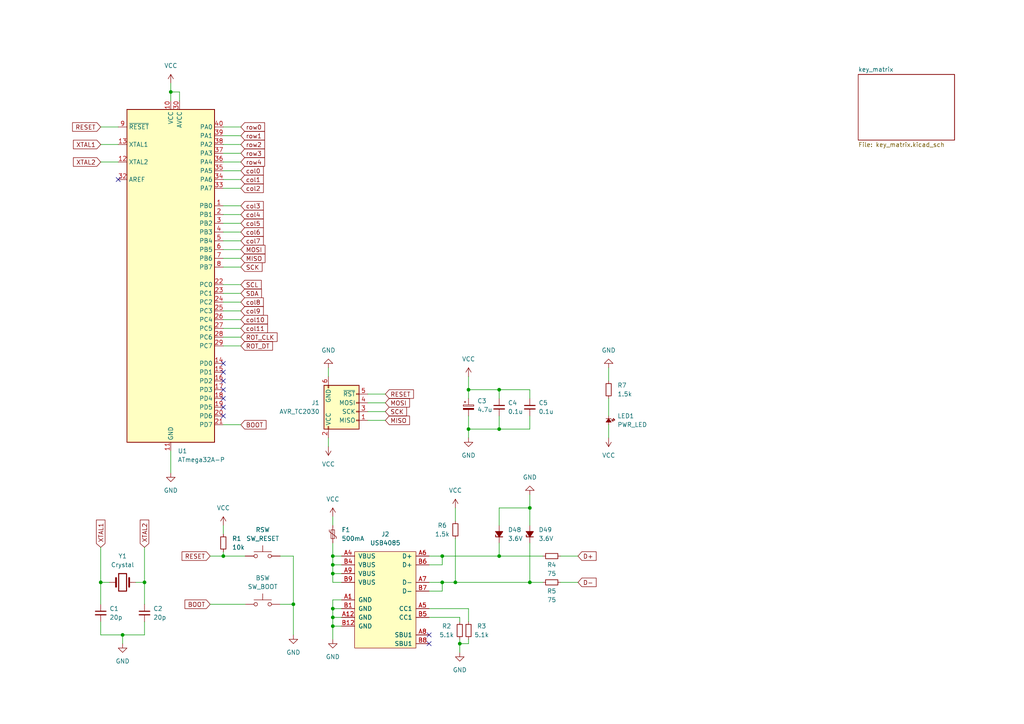
<source format=kicad_sch>
(kicad_sch (version 20211123) (generator eeschema)
  (paper "A4")
  (lib_symbols
    (symbol "Device:C_Polarized_Small" (pin_numbers hide) (pin_names (offset 0.254) hide)
      (property "Reference" "C" (at 0.254 1.778 0))
      (property "Value" "C_Polarized_Small" (at 0.254 -2.032 0))
      (symbol "C_Polarized_Small_0_1"
        (rectangle (start -1.524 -0.3048) (end 1.524 -0.6858) (fill (type outline)))
        (rectangle (start -1.524 0.6858) (end 1.524 0.3048))
        (polyline (pts (xy -1.27 1.524) (xy -0.762 1.524)))
        (polyline (pts (xy -1.016 1.27) (xy -1.016 1.778)))
      )
      (symbol "C_Polarized_Small_1_1"
        (pin passive line (at 0 2.54 270) (length 1.8542) (name "~") (number "1"))
        (pin passive line (at 0 -2.54 90) (length 1.8542) (name "~") (number "2"))
      )
    )
    (symbol "Device:C_Small" (pin_numbers hide) (pin_names (offset 0.254) hide)
      (property "Reference" "C" (at 0.254 1.778 0))
      (property "Value" "C_Small" (at 0.254 -2.032 0))
      (symbol "C_Small_0_1"
        (polyline (pts (xy -1.524 -0.508) (xy 1.524 -0.508)) (stroke (width 0.3302)))
        (polyline (pts (xy -1.524 0.508) (xy 1.524 0.508)) (stroke (width 0.3048)))
      )
      (symbol "C_Small_1_1"
        (pin passive line (at 0 2.54 270) (length 2.032) (name "~") (number "1"))
        (pin passive line (at 0 -2.54 90) (length 2.032) (name "~") (number "2"))
      )
    )
    (symbol "Device:Crystal" (pin_numbers hide) (pin_names (offset 1.016) hide)
      (property "Reference" "Y" (at 0 3.81 0))
      (property "Value" "Crystal" (at 0 -3.81 0))
      (symbol "Crystal_0_1"
        (rectangle (start -1.143 2.54) (end 1.143 -2.54) (stroke (width 0.3048)))
        (polyline (pts (xy -2.54 0) (xy -1.905 0)))
        (polyline (pts (xy -1.905 -1.27) (xy -1.905 1.27)) (stroke (width 0.508)))
        (polyline (pts (xy 1.905 -1.27) (xy 1.905 1.27)) (stroke (width 0.508)))
        (polyline (pts (xy 2.54 0) (xy 1.905 0)))
      )
      (symbol "Crystal_1_1"
        (pin passive line (at -3.81 0 0) (length 1.27) (name "1") (number "1"))
        (pin passive line (at 3.81 0 180) (length 1.27) (name "2") (number "2"))
      )
    )
    (symbol "Device:D_Zener_Small_Filled" (pin_numbers hide) (pin_names (offset 0.254) hide)
      (property "Reference" "D" (at 0 2.286 0))
      (property "Value" "D_Zener_Small_Filled" (at 0 -2.286 0))
      (symbol "D_Zener_Small_Filled_0_1"
        (polyline (pts (xy 0.762 0) (xy -0.762 0)))
        (polyline (pts (xy -0.254 1.016) (xy -0.762 1.016) (xy -0.762 -1.016)) (stroke (width 0.254)))
        (polyline (pts (xy 0.762 1.016) (xy -0.762 0) (xy 0.762 -1.016) (xy 0.762 1.016)) (stroke (width 0.254)) (fill (type outline)))
      )
      (symbol "D_Zener_Small_Filled_1_1"
        (pin passive line (at -2.54 0 0) (length 1.778) (name "K") (number "1"))
        (pin passive line (at 2.54 0 180) (length 1.778) (name "A") (number "2"))
      )
    )
    (symbol "Device:Polyfuse_Small" (pin_numbers hide) (pin_names (offset 0))
      (property "Reference" "F" (at -1.905 0 90))
      (property "Value" "Polyfuse_Small" (at 1.905 0 90))
      (symbol "Polyfuse_Small_0_1"
        (rectangle (start -0.508 1.27) (end 0.508 -1.27))
        (polyline (pts (xy 0 2.54) (xy 0 -2.54)))
        (polyline (pts (xy -1.016 1.27) (xy -1.016 0.762) (xy 1.016 -0.762) (xy 1.016 -1.27)))
      )
      (symbol "Polyfuse_Small_1_1"
        (pin passive line (at 0 2.54 270) (length 0.635) (name "~") (number "1"))
        (pin passive line (at 0 -2.54 90) (length 0.635) (name "~") (number "2"))
      )
    )
    (symbol "Device:R_Small" (pin_numbers hide) (pin_names (offset 0.254) hide)
      (property "Reference" "R" (at 0.762 0.508 0))
      (property "Value" "R_Small" (at 0.762 -1.016 0))
      (symbol "R_Small_0_1"
        (rectangle (start -0.762 1.778) (end 0.762 -1.778) (stroke (width 0.2032)))
      )
      (symbol "R_Small_1_1"
        (pin passive line (at 0 2.54 270) (length 0.762) (name "~") (number "1"))
        (pin passive line (at 0 -2.54 90) (length 0.762) (name "~") (number "2"))
      )
    )
    (symbol "MCU_Microchip_ATmega:ATmega32A-P"
      (property "Reference" "U" (at -12.7 49.53 0))
      (property "Value" "ATmega32A-P" (at 2.54 -49.53 0))
      (symbol "ATmega32A-P_0_1"
        (rectangle (start -12.7 -48.26) (end 12.7 48.26) (stroke (width 0.254)) (fill (type background)))
      )
      (symbol "ATmega32A-P_1_1"
        (pin bidirectional line (at 15.24 20.32 180) (length 2.54) (name "PB0") (number "1"))
        (pin power_in line (at 0 50.8 270) (length 2.54) (name "VCC") (number "10"))
        (pin power_in line (at 0 -50.8 90) (length 2.54) (name "GND") (number "11"))
        (pin output line (at -15.24 33.02 0) (length 2.54) (name "XTAL2") (number "12"))
        (pin input line (at -15.24 38.1 0) (length 2.54) (name "XTAL1") (number "13"))
        (pin bidirectional line (at 15.24 -25.4 180) (length 2.54) (name "PD0") (number "14"))
        (pin bidirectional line (at 15.24 -27.94 180) (length 2.54) (name "PD1") (number "15"))
        (pin bidirectional line (at 15.24 -30.48 180) (length 2.54) (name "PD2") (number "16"))
        (pin bidirectional line (at 15.24 -33.02 180) (length 2.54) (name "PD3") (number "17"))
        (pin bidirectional line (at 15.24 -35.56 180) (length 2.54) (name "PD4") (number "18"))
        (pin bidirectional line (at 15.24 -38.1 180) (length 2.54) (name "PD5") (number "19"))
        (pin bidirectional line (at 15.24 17.78 180) (length 2.54) (name "PB1") (number "2"))
        (pin bidirectional line (at 15.24 -40.64 180) (length 2.54) (name "PD6") (number "20"))
        (pin bidirectional line (at 15.24 -43.18 180) (length 2.54) (name "PD7") (number "21"))
        (pin bidirectional line (at 15.24 -2.54 180) (length 2.54) (name "PC0") (number "22"))
        (pin bidirectional line (at 15.24 -5.08 180) (length 2.54) (name "PC1") (number "23"))
        (pin bidirectional line (at 15.24 -7.62 180) (length 2.54) (name "PC2") (number "24"))
        (pin bidirectional line (at 15.24 -10.16 180) (length 2.54) (name "PC3") (number "25"))
        (pin bidirectional line (at 15.24 -12.7 180) (length 2.54) (name "PC4") (number "26"))
        (pin bidirectional line (at 15.24 -15.24 180) (length 2.54) (name "PC5") (number "27"))
        (pin bidirectional line (at 15.24 -17.78 180) (length 2.54) (name "PC6") (number "28"))
        (pin bidirectional line (at 15.24 -20.32 180) (length 2.54) (name "PC7") (number "29"))
        (pin bidirectional line (at 15.24 15.24 180) (length 2.54) (name "PB2") (number "3"))
        (pin power_in line (at 2.54 50.8 270) (length 2.54) (name "AVCC") (number "30"))
        (pin passive line (at 0 -50.8 90) (length 2.54) hide (name "GND") (number "31"))
        (pin passive line (at -15.24 27.94 0) (length 2.54) (name "AREF") (number "32"))
        (pin bidirectional line (at 15.24 25.4 180) (length 2.54) (name "PA7") (number "33"))
        (pin bidirectional line (at 15.24 27.94 180) (length 2.54) (name "PA6") (number "34"))
        (pin bidirectional line (at 15.24 30.48 180) (length 2.54) (name "PA5") (number "35"))
        (pin bidirectional line (at 15.24 33.02 180) (length 2.54) (name "PA4") (number "36"))
        (pin bidirectional line (at 15.24 35.56 180) (length 2.54) (name "PA3") (number "37"))
        (pin bidirectional line (at 15.24 38.1 180) (length 2.54) (name "PA2") (number "38"))
        (pin bidirectional line (at 15.24 40.64 180) (length 2.54) (name "PA1") (number "39"))
        (pin bidirectional line (at 15.24 12.7 180) (length 2.54) (name "PB3") (number "4"))
        (pin bidirectional line (at 15.24 43.18 180) (length 2.54) (name "PA0") (number "40"))
        (pin bidirectional line (at 15.24 10.16 180) (length 2.54) (name "PB4") (number "5"))
        (pin bidirectional line (at 15.24 7.62 180) (length 2.54) (name "PB5") (number "6"))
        (pin bidirectional line (at 15.24 5.08 180) (length 2.54) (name "PB6") (number "7"))
        (pin bidirectional line (at 15.24 2.54 180) (length 2.54) (name "PB7") (number "8"))
        (pin input line (at -15.24 43.18 0) (length 2.54) (name "~{RESET}") (number "9"))
      )
    )
    (symbol "Switch:SW_Push" (pin_numbers hide) (pin_names (offset 1.016) hide)
      (property "Reference" "SW" (at 1.27 2.54 0))
      (property "Value" "SW_Push" (at 0 -1.524 0))
      (symbol "SW_Push_0_1"
        (circle (center -2.032 0) (radius 0.508))
        (polyline (pts (xy 0 1.27) (xy 0 3.048)))
        (polyline (pts (xy 2.54 1.27) (xy -2.54 1.27)))
        (circle (center 2.032 0) (radius 0.508))
        (pin passive line (at -5.08 0 0) (length 2.54) (name "1") (number "1"))
        (pin passive line (at 5.08 0 180) (length 2.54) (name "2") (number "2"))
      )
    )
    (symbol "agg-kicad:LED" (pin_numbers hide) (pin_names (offset 1.016) hide)
      (property "Reference" "D" (at 0 2.54 0))
      (property "Value" "LED" (at 0 -1.905 0))
      (symbol "LED_0_1"
        (polyline (pts (xy 0.762 0.762) (xy 0.762 -0.762)))
        (polyline (pts (xy 0.762 0) (xy 1.778 0.762) (xy 1.778 -0.762) (xy 0.762 0)) (fill (type outline)))
        (polyline (pts (xy 1.524 1.016) (xy 1.27 1.27) (xy 1.524 1.27) (xy 1.016 1.778) (xy 1.016 1.524) (xy 1.27 1.778) (xy 1.016 1.778)))
        (polyline (pts (xy 1.27 0.762) (xy 1.016 1.016) (xy 1.27 1.016) (xy 1.016 1.27) (xy 0.762 1.524) (xy 0.762 1.27) (xy 1.016 1.524) (xy 0.762 1.524)))
      )
      (symbol "LED_1_1"
        (pin passive line (at 0 0 0) (length 0.762) (name "~") (number "1"))
        (pin passive line (at 2.54 0 180) (length 0.762) (name "~") (number "2"))
      )
    )
    (symbol "agg-kicad:USB4085" (pin_names (offset 1.016))
      (property "Reference" "J" (at -8.89 15.24 0))
      (property "Value" "USB4085" (at -8.89 -15.24 0))
      (symbol "USB4085_0_0"
        (rectangle (start -8.89 13.97) (end 8.89 -13.97) (fill (type background)))
        (pin passive line (at -12.7 0 0) (length 3.81) (name "GND") (number "A1"))
        (pin passive line (at -12.7 -5.08 0) (length 3.81) (name "GND") (number "A12"))
        (pin passive line (at -12.7 12.7 0) (length 3.81) (name "VBUS") (number "A4"))
        (pin passive line (at 12.7 -2.54 180) (length 3.81) (name "CC1") (number "A5"))
        (pin passive line (at 12.7 12.7 180) (length 3.81) (name "D+") (number "A6"))
        (pin passive line (at 12.7 5.08 180) (length 3.81) (name "D-") (number "A7"))
        (pin passive line (at 12.7 -10.16 180) (length 3.81) (name "SBU1") (number "A8"))
        (pin passive line (at -12.7 7.62 0) (length 3.81) (name "VBUS") (number "A9"))
        (pin passive line (at -12.7 -2.54 0) (length 3.81) (name "GND") (number "B1"))
        (pin passive line (at -12.7 -7.62 0) (length 3.81) (name "GND") (number "B12"))
        (pin passive line (at -12.7 10.16 0) (length 3.81) (name "VBUS") (number "B4"))
        (pin passive line (at 12.7 -5.08 180) (length 3.81) (name "CC1") (number "B5"))
        (pin passive line (at 12.7 10.16 180) (length 3.81) (name "D+") (number "B6"))
        (pin passive line (at 12.7 2.54 180) (length 3.81) (name "D-") (number "B7"))
        (pin passive line (at 12.7 -12.7 180) (length 3.81) (name "SBU1") (number "B8"))
        (pin passive line (at -12.7 5.08 0) (length 3.81) (name "VBUS") (number "B9"))
      )
    )
    (symbol "marbastlib-various:AVR_TC2030" (pin_names (offset 1.016))
      (property "Reference" "J" (at -3.81 -6.35 0))
      (property "Value" "AVR_TC2030" (at -8.89 8.89 0))
      (symbol "AVR_TC2030_0_1"
        (rectangle (start -3.81 7.62) (end 6.35 -5.08) (stroke (width 0.254)) (fill (type background)))
        (rectangle (start -3.048 -2.667) (end -3.81 -2.413))
        (rectangle (start -3.048 -0.127) (end -3.81 0.127))
        (rectangle (start -3.048 2.413) (end -3.81 2.667))
        (rectangle (start -3.048 4.953) (end -3.81 5.207))
        (rectangle (start 4.953 -5.08) (end 5.207 -4.318))
        (rectangle (start 4.953 6.858) (end 5.207 7.62))
      )
      (symbol "AVR_TC2030_1_1"
        (pin passive line (at -6.35 5.08 0) (length 2.54) (name "MISO") (number "1"))
        (pin passive line (at 5.08 10.16 270) (length 2.54) (name "VCC") (number "2"))
        (pin passive line (at -6.35 2.54 0) (length 2.54) (name "SCK") (number "3"))
        (pin passive line (at -6.35 0 0) (length 2.54) (name "MOSI") (number "4"))
        (pin passive line (at -6.35 -2.54 0) (length 2.54) (name "~{RST}") (number "5"))
        (pin passive line (at 5.08 -7.62 90) (length 2.54) (name "GND") (number "6"))
      )
    )
    (symbol "power:GND" (power) (pin_names (offset 0))
      (property "Value" "GND" (at 0 -3.81 0))
      (symbol "GND_0_1"
        (polyline (pts (xy 0 0) (xy 0 -1.27) (xy 1.27 -1.27) (xy 0 -2.54) (xy -1.27 -1.27) (xy 0 -1.27)))
      )
      (symbol "GND_1_1"
        (pin power_in line (at 0 0 270) (length 0) hide (name "GND") (number "1"))
      )
    )
    (symbol "power:VCC" (power) (pin_names (offset 0))
      (property "Value" "VCC" (at 0 3.81 0))
      (symbol "VCC_0_1"
        (polyline (pts (xy -0.762 1.27) (xy 0 2.54)))
        (polyline (pts (xy 0 0) (xy 0 2.54)))
        (polyline (pts (xy 0 2.54) (xy 0.762 1.27)))
      )
      (symbol "VCC_1_1"
        (pin power_in line (at 0 0 90) (length 0) hide (name "VCC") (number "1"))
      )
    )
  )
  (junction (at 35.56 184.15))
  (junction (at 153.67 168.91))
  (junction (at 144.78 161.29))
  (junction (at 128.27 161.29))
  (junction (at 49.53 26.67))
  (junction (at 96.52 161.29))
  (junction (at 133.35 186.69))
  (junction (at 64.77 161.29))
  (junction (at 96.52 176.53))
  (junction (at 153.67 147.32))
  (junction (at 144.78 124.46))
  (junction (at 135.89 124.46))
  (junction (at 96.52 163.83))
  (junction (at 41.91 168.91))
  (junction (at 128.27 168.91))
  (junction (at 132.08 168.91))
  (junction (at 96.52 179.07))
  (junction (at 85.09 175.26))
  (junction (at 29.21 168.91))
  (junction (at 135.89 113.03))
  (junction (at 144.78 113.03))
  (junction (at 96.52 181.61))
  (junction (at 96.52 166.37))
  (no_connect (at 34.29 52.07))
  (no_connect (at 64.77 105.41))
  (no_connect (at 64.77 107.95))
  (no_connect (at 64.77 110.49))
  (no_connect (at 64.77 113.03))
  (no_connect (at 64.77 115.57))
  (no_connect (at 64.77 118.11))
  (no_connect (at 64.77 120.65))
  (no_connect (at 124.46 186.69))
  (no_connect (at 124.46 184.15))
  (wire (pts (xy 41.91 158.75) (xy 41.91 168.91)))
  (wire (pts (xy 29.21 158.75) (xy 29.21 168.91)))
  (wire (pts (xy 99.06 163.83) (xy 96.52 163.83)))
  (wire (pts (xy 52.07 29.21) (xy 52.07 26.67)))
  (wire (pts (xy 64.77 36.83) (xy 69.85 36.83)))
  (wire (pts (xy 81.28 175.26) (xy 85.09 175.26)))
  (wire (pts (xy 124.46 168.91) (xy 128.27 168.91)))
  (wire (pts (xy 29.21 168.91) (xy 31.75 168.91)))
  (wire (pts (xy 99.06 161.29) (xy 96.52 161.29)))
  (wire (pts (xy 128.27 168.91) (xy 132.08 168.91)))
  (wire (pts (xy 133.35 186.69) (xy 133.35 189.23)))
  (wire (pts (xy 124.46 171.45) (xy 128.27 171.45)))
  (wire (pts (xy 133.35 179.07) (xy 133.35 180.34)))
  (wire (pts (xy 39.37 168.91) (xy 41.91 168.91)))
  (wire (pts (xy 132.08 168.91) (xy 153.67 168.91)))
  (wire (pts (xy 95.25 127) (xy 95.25 129.54)))
  (wire (pts (xy 124.46 179.07) (xy 133.35 179.07)))
  (wire (pts (xy 64.77 97.79) (xy 69.85 97.79)))
  (wire (pts (xy 106.68 119.38) (xy 111.76 119.38)))
  (wire (pts (xy 64.77 54.61) (xy 69.85 54.61)))
  (wire (pts (xy 64.77 74.93) (xy 69.85 74.93)))
  (wire (pts (xy 135.89 120.65) (xy 135.89 124.46)))
  (wire (pts (xy 64.77 39.37) (xy 69.85 39.37)))
  (wire (pts (xy 106.68 114.3) (xy 111.76 114.3)))
  (wire (pts (xy 176.53 106.68) (xy 176.53 110.49)))
  (wire (pts (xy 106.68 116.84) (xy 111.76 116.84)))
  (wire (pts (xy 64.77 59.69) (xy 69.85 59.69)))
  (wire (pts (xy 96.52 166.37) (xy 96.52 163.83)))
  (wire (pts (xy 132.08 156.21) (xy 132.08 168.91)))
  (wire (pts (xy 144.78 115.57) (xy 144.78 113.03)))
  (wire (pts (xy 64.77 160.02) (xy 64.77 161.29)))
  (wire (pts (xy 176.53 123.19) (xy 176.53 127)))
  (wire (pts (xy 144.78 161.29) (xy 157.48 161.29)))
  (wire (pts (xy 135.89 186.69) (xy 133.35 186.69)))
  (wire (pts (xy 153.67 113.03) (xy 144.78 113.03)))
  (wire (pts (xy 96.52 176.53) (xy 96.52 179.07)))
  (wire (pts (xy 144.78 120.65) (xy 144.78 124.46)))
  (wire (pts (xy 29.21 36.83) (xy 34.29 36.83)))
  (wire (pts (xy 106.68 121.92) (xy 111.76 121.92)))
  (wire (pts (xy 153.67 168.91) (xy 157.48 168.91)))
  (wire (pts (xy 64.77 90.17) (xy 69.85 90.17)))
  (wire (pts (xy 96.52 149.86) (xy 96.52 152.4)))
  (wire (pts (xy 96.52 157.48) (xy 96.52 161.29)))
  (wire (pts (xy 64.77 44.45) (xy 69.85 44.45)))
  (wire (pts (xy 153.67 115.57) (xy 153.67 113.03)))
  (wire (pts (xy 64.77 69.85) (xy 69.85 69.85)))
  (wire (pts (xy 95.25 106.68) (xy 95.25 109.22)))
  (wire (pts (xy 64.77 64.77) (xy 69.85 64.77)))
  (wire (pts (xy 49.53 24.13) (xy 49.53 26.67)))
  (wire (pts (xy 64.77 46.99) (xy 69.85 46.99)))
  (wire (pts (xy 96.52 181.61) (xy 96.52 185.42)))
  (wire (pts (xy 153.67 120.65) (xy 153.67 124.46)))
  (wire (pts (xy 99.06 168.91) (xy 96.52 168.91)))
  (wire (pts (xy 64.77 95.25) (xy 69.85 95.25)))
  (wire (pts (xy 133.35 185.42) (xy 133.35 186.69)))
  (wire (pts (xy 64.77 87.63) (xy 69.85 87.63)))
  (wire (pts (xy 144.78 147.32) (xy 153.67 147.32)))
  (wire (pts (xy 96.52 179.07) (xy 96.52 181.61)))
  (wire (pts (xy 85.09 175.26) (xy 85.09 184.15)))
  (wire (pts (xy 132.08 147.32) (xy 132.08 151.13)))
  (wire (pts (xy 144.78 113.03) (xy 135.89 113.03)))
  (wire (pts (xy 144.78 152.4) (xy 144.78 147.32)))
  (wire (pts (xy 29.21 46.99) (xy 34.29 46.99)))
  (wire (pts (xy 52.07 26.67) (xy 49.53 26.67)))
  (wire (pts (xy 41.91 180.34) (xy 41.91 184.15)))
  (wire (pts (xy 144.78 157.48) (xy 144.78 161.29)))
  (wire (pts (xy 96.52 173.99) (xy 96.52 176.53)))
  (wire (pts (xy 135.89 109.22) (xy 135.89 113.03)))
  (wire (pts (xy 99.06 181.61) (xy 96.52 181.61)))
  (wire (pts (xy 29.21 180.34) (xy 29.21 184.15)))
  (wire (pts (xy 135.89 113.03) (xy 135.89 115.57)))
  (wire (pts (xy 29.21 41.91) (xy 34.29 41.91)))
  (wire (pts (xy 128.27 171.45) (xy 128.27 168.91)))
  (wire (pts (xy 99.06 173.99) (xy 96.52 173.99)))
  (wire (pts (xy 64.77 123.19) (xy 69.85 123.19)))
  (wire (pts (xy 29.21 168.91) (xy 29.21 175.26)))
  (wire (pts (xy 35.56 184.15) (xy 35.56 186.69)))
  (wire (pts (xy 60.96 175.26) (xy 71.12 175.26)))
  (wire (pts (xy 49.53 26.67) (xy 49.53 29.21)))
  (wire (pts (xy 64.77 100.33) (xy 69.85 100.33)))
  (wire (pts (xy 64.77 62.23) (xy 69.85 62.23)))
  (wire (pts (xy 153.67 157.48) (xy 153.67 168.91)))
  (wire (pts (xy 128.27 163.83) (xy 128.27 161.29)))
  (wire (pts (xy 162.56 168.91) (xy 167.64 168.91)))
  (wire (pts (xy 153.67 143.51) (xy 153.67 147.32)))
  (wire (pts (xy 135.89 124.46) (xy 135.89 127)))
  (wire (pts (xy 124.46 176.53) (xy 135.89 176.53)))
  (wire (pts (xy 135.89 185.42) (xy 135.89 186.69)))
  (wire (pts (xy 64.77 49.53) (xy 69.85 49.53)))
  (wire (pts (xy 162.56 161.29) (xy 167.64 161.29)))
  (wire (pts (xy 64.77 67.31) (xy 69.85 67.31)))
  (wire (pts (xy 96.52 168.91) (xy 96.52 166.37)))
  (wire (pts (xy 99.06 176.53) (xy 96.52 176.53)))
  (wire (pts (xy 99.06 179.07) (xy 96.52 179.07)))
  (wire (pts (xy 64.77 41.91) (xy 69.85 41.91)))
  (wire (pts (xy 64.77 92.71) (xy 69.85 92.71)))
  (wire (pts (xy 29.21 184.15) (xy 35.56 184.15)))
  (wire (pts (xy 64.77 52.07) (xy 69.85 52.07)))
  (wire (pts (xy 99.06 166.37) (xy 96.52 166.37)))
  (wire (pts (xy 85.09 161.29) (xy 85.09 175.26)))
  (wire (pts (xy 49.53 130.81) (xy 49.53 137.16)))
  (wire (pts (xy 96.52 163.83) (xy 96.52 161.29)))
  (wire (pts (xy 144.78 124.46) (xy 135.89 124.46)))
  (wire (pts (xy 64.77 152.4) (xy 64.77 154.94)))
  (wire (pts (xy 128.27 161.29) (xy 144.78 161.29)))
  (wire (pts (xy 64.77 161.29) (xy 71.12 161.29)))
  (wire (pts (xy 153.67 124.46) (xy 144.78 124.46)))
  (wire (pts (xy 153.67 147.32) (xy 153.67 152.4)))
  (wire (pts (xy 64.77 82.55) (xy 69.85 82.55)))
  (wire (pts (xy 124.46 161.29) (xy 128.27 161.29)))
  (wire (pts (xy 124.46 163.83) (xy 128.27 163.83)))
  (wire (pts (xy 64.77 77.47) (xy 69.85 77.47)))
  (wire (pts (xy 176.53 115.57) (xy 176.53 120.65)))
  (wire (pts (xy 81.28 161.29) (xy 85.09 161.29)))
  (wire (pts (xy 135.89 176.53) (xy 135.89 180.34)))
  (wire (pts (xy 64.77 72.39) (xy 69.85 72.39)))
  (wire (pts (xy 41.91 168.91) (xy 41.91 175.26)))
  (wire (pts (xy 64.77 85.09) (xy 69.85 85.09)))
  (wire (pts (xy 60.96 161.29) (xy 64.77 161.29)))
  (wire (pts (xy 35.56 184.15) (xy 41.91 184.15)))
  (global_label "MISO" (shape input) (at 69.85 74.93 0) (property "Intersheet References" "${INTERSHEET_REFS}" (effects hide)))
  (global_label "MOSI" (shape input) (at 111.76 116.84 0) (property "Intersheet References" "${INTERSHEET_REFS}" (effects hide)))
  (global_label "col2" (shape input) (at 69.85 54.61 0) (property "Intersheet References" "${INTERSHEET_REFS}" (effects hide)))
  (global_label "col1" (shape input) (at 69.85 52.07 0) (property "Intersheet References" "${INTERSHEET_REFS}" (effects hide)))
  (global_label "row3" (shape input) (at 69.85 44.45 0) (property "Intersheet References" "${INTERSHEET_REFS}" (effects hide)))
  (global_label "col8" (shape input) (at 69.85 87.63 0) (property "Intersheet References" "${INTERSHEET_REFS}" (effects hide)))
  (global_label "col10" (shape input) (at 69.85 92.71 0) (property "Intersheet References" "${INTERSHEET_REFS}" (effects hide)))
  (global_label "D-" (shape input) (at 167.64 168.91 0) (property "Intersheet References" "${INTERSHEET_REFS}" (effects hide)))
  (global_label "BOOT" (shape input) (at 60.96 175.26 180) (property "Intersheet References" "${INTERSHEET_REFS}" (effects hide)))
  (global_label "SCK" (shape input) (at 111.76 119.38 0) (property "Intersheet References" "${INTERSHEET_REFS}" (effects hide)))
  (global_label "SCK" (shape input) (at 69.85 77.47 0) (property "Intersheet References" "${INTERSHEET_REFS}" (effects hide)))
  (global_label "D+" (shape input) (at 167.64 161.29 0) (property "Intersheet References" "${INTERSHEET_REFS}" (effects hide)))
  (global_label "RESET" (shape input) (at 29.21 36.83 180) (property "Intersheet References" "${INTERSHEET_REFS}" (effects hide)))
  (global_label "col3" (shape input) (at 69.85 59.69 0) (property "Intersheet References" "${INTERSHEET_REFS}" (effects hide)))
  (global_label "ROT_CLK" (shape input) (at 69.85 97.79 0) (property "Intersheet References" "${INTERSHEET_REFS}" (effects hide)))
  (global_label "col7" (shape input) (at 69.85 69.85 0) (property "Intersheet References" "${INTERSHEET_REFS}" (effects hide)))
  (global_label "RESET" (shape input) (at 111.76 114.3 0) (property "Intersheet References" "${INTERSHEET_REFS}" (effects hide)))
  (global_label "ROT_DT" (shape input) (at 69.85 100.33 0) (property "Intersheet References" "${INTERSHEET_REFS}" (effects hide)))
  (global_label "SCL" (shape input) (at 69.85 82.55 0) (property "Intersheet References" "${INTERSHEET_REFS}" (effects hide)))
  (global_label "XTAL2" (shape input) (at 41.91 158.75 90) (property "Intersheet References" "${INTERSHEET_REFS}" (effects hide)))
  (global_label "BOOT" (shape input) (at 69.85 123.19 0) (property "Intersheet References" "${INTERSHEET_REFS}" (effects hide)))
  (global_label "col5" (shape input) (at 69.85 64.77 0) (property "Intersheet References" "${INTERSHEET_REFS}" (effects hide)))
  (global_label "XTAL1" (shape input) (at 29.21 158.75 90) (property "Intersheet References" "${INTERSHEET_REFS}" (effects hide)))
  (global_label "XTAL2" (shape input) (at 29.21 46.99 180) (property "Intersheet References" "${INTERSHEET_REFS}" (effects hide)))
  (global_label "RESET" (shape input) (at 60.96 161.29 180) (property "Intersheet References" "${INTERSHEET_REFS}" (effects hide)))
  (global_label "col4" (shape input) (at 69.85 62.23 0) (property "Intersheet References" "${INTERSHEET_REFS}" (effects hide)))
  (global_label "row0" (shape input) (at 69.85 36.83 0) (property "Intersheet References" "${INTERSHEET_REFS}" (effects hide)))
  (global_label "XTAL1" (shape input) (at 29.21 41.91 180) (property "Intersheet References" "${INTERSHEET_REFS}" (effects hide)))
  (global_label "row4" (shape input) (at 69.85 46.99 0) (property "Intersheet References" "${INTERSHEET_REFS}" (effects hide)))
  (global_label "col6" (shape input) (at 69.85 67.31 0) (property "Intersheet References" "${INTERSHEET_REFS}" (effects hide)))
  (global_label "row2" (shape input) (at 69.85 41.91 0) (property "Intersheet References" "${INTERSHEET_REFS}" (effects hide)))
  (global_label "SDA" (shape input) (at 69.85 85.09 0) (property "Intersheet References" "${INTERSHEET_REFS}" (effects hide)))
  (global_label "row1" (shape input) (at 69.85 39.37 0) (property "Intersheet References" "${INTERSHEET_REFS}" (effects hide)))
  (global_label "col0" (shape input) (at 69.85 49.53 0) (property "Intersheet References" "${INTERSHEET_REFS}" (effects hide)))
  (global_label "col9" (shape input) (at 69.85 90.17 0) (property "Intersheet References" "${INTERSHEET_REFS}" (effects hide)))
  (global_label "MOSI" (shape input) (at 69.85 72.39 0) (property "Intersheet References" "${INTERSHEET_REFS}" (effects hide)))
  (global_label "MISO" (shape input) (at 111.76 121.92 0) (property "Intersheet References" "${INTERSHEET_REFS}" (effects hide)))
  (global_label "col11" (shape input) (at 69.85 95.25 0) (property "Intersheet References" "${INTERSHEET_REFS}" (effects hide)))
  (symbol (lib_id "power:GND") (at 176.53 106.68 180) (unit 1)
    (property "Reference" "#PWR?" (effects hide))
    (property "Value" "GND" (at 176.53 101.6 0))
  )
  (symbol (lib_id "power:GND") (at 96.52 185.42 0) (unit 1)
    (property "Reference" "#PWR?" (effects hide))
    (property "Value" "GND" (at 96.52 190.5 0))
  )
  (symbol (lib_id "power:GND") (at 153.67 143.51 180) (unit 1)
    (property "Reference" "#PWR?" (effects hide))
    (property "Value" "GND" (at 153.67 138.43 0))
  )
  (symbol (lib_id "power:VCC") (at 64.77 152.4 0) (unit 1)
    (property "Reference" "#PWR0110" (effects hide))
    (property "Value" "VCC" (at 64.77 147.32 0))
  )
  (symbol (lib_id "Device:R_Small") (at 133.35 182.88 0) (unit 1)
    (property "Reference" "R2" (at 129.54 181.61 0))
    (property "Value" "5.1k" (at 129.54 184.15 0))
  )
  (symbol (lib_id "Device:C_Small") (at 144.78 118.11 0) (unit 1)
    (property "Reference" "C4" (at 147.32 116.8462 0) (effects (justify left)))
    (property "Value" "0.1u" (at 147.32 119.3862 0) (effects (justify left)))
  )
  (symbol (lib_id "Device:D_Zener_Small_Filled") (at 144.78 154.94 90) (unit 1)
    (property "Reference" "D48" (at 147.32 153.6699 90) (effects (justify right)))
    (property "Value" "3.6V" (at 147.32 156.2099 90) (effects (justify right)))
  )
  (symbol (lib_id "power:GND") (at 135.89 127 0) (unit 1)
    (property "Reference" "#PWR?" (effects hide))
    (property "Value" "GND" (at 135.89 132.08 0))
  )
  (symbol (lib_id "Device:R_Small") (at 64.77 157.48 0) (mirror y) (unit 1)
    (property "Reference" "R1" (at 67.31 156.2099 0) (effects (justify right)))
    (property "Value" "10k" (at 67.31 158.7499 0) (effects (justify right)))
  )
  (symbol (lib_id "power:GND") (at 95.25 106.68 180) (unit 1)
    (property "Reference" "#PWR0103" (effects hide))
    (property "Value" "GND" (at 95.25 101.6 0))
  )
  (symbol (lib_id "Device:C_Small") (at 41.91 177.8 0) (unit 1)
    (property "Reference" "C2" (at 44.45 176.5362 0) (effects (justify left)))
    (property "Value" "20p" (at 44.45 179.0762 0) (effects (justify left)))
  )
  (symbol (lib_id "power:GND") (at 85.09 184.15 0) (unit 1)
    (property "Reference" "#PWR0106" (effects hide))
    (property "Value" "GND" (at 85.09 189.23 0))
  )
  (symbol (lib_id "power:VCC") (at 96.52 149.86 0) (unit 1)
    (property "Reference" "#PWR?" (effects hide))
    (property "Value" "VCC" (at 96.52 144.78 0))
  )
  (symbol (lib_id "Device:C_Polarized_Small") (at 135.89 118.11 0) (unit 1)
    (property "Reference" "C3" (at 138.43 116.2938 0) (effects (justify left)))
    (property "Value" "4.7u" (at 138.43 118.8338 0) (effects (justify left)))
  )
  (symbol (lib_id "power:VCC") (at 176.53 127 180) (unit 1)
    (property "Reference" "#PWR?" (effects hide))
    (property "Value" "VCC" (at 176.53 132.08 0))
  )
  (symbol (lib_id "Device:Polyfuse_Small") (at 96.52 154.94 180) (unit 1)
    (property "Reference" "F1" (at 99.06 153.6699 0) (effects (justify right)))
    (property "Value" "500mA" (at 99.06 156.2099 0) (effects (justify right)))
  )
  (symbol (lib_id "Device:C_Small") (at 29.21 177.8 0) (unit 1)
    (property "Reference" "C1" (at 31.75 176.5362 0) (effects (justify left)))
    (property "Value" "20p" (at 31.75 179.0762 0) (effects (justify left)))
  )
  (symbol (lib_id "power:VCC") (at 49.53 24.13 0) (unit 1)
    (property "Reference" "#PWR0102" (effects hide))
    (property "Value" "VCC" (at 49.53 19.05 0))
  )
  (symbol (lib_id "agg-kicad:USB4085") (at 111.76 173.99 0) (unit 1)
    (property "Reference" "J2" (at 111.76 154.94 0))
    (property "Value" "USB4085" (at 111.76 157.48 0))
    (property "Footprint" "agg:USB4085" (effects hide))
    (property "Datasheet" "https://gct.co/connector/usb4085" (effects hide))
    (property "Farnell" "2924867" (effects hide))
  )
  (symbol (lib_id "Device:Crystal") (at 35.56 168.91 0) (unit 1)
    (property "Reference" "Y1" (at 35.56 161.29 0))
    (property "Value" "Crystal" (at 35.56 163.83 0))
  )
  (symbol (lib_id "Device:C_Small") (at 153.67 118.11 0) (unit 1)
    (property "Reference" "C5" (at 156.21 116.8462 0) (effects (justify left)))
    (property "Value" "0.1u" (at 156.21 119.3862 0) (effects (justify left)))
  )
  (symbol (lib_id "Device:R_Small") (at 135.89 182.88 180) (unit 1)
    (property "Reference" "R3" (at 139.7 181.61 0))
    (property "Value" "5.1k" (at 139.7 184.15 0))
  )
  (symbol (lib_id "Device:R_Small") (at 160.02 161.29 90) (unit 1)
    (property "Reference" "R4" (at 160.02 163.83 90))
    (property "Value" "75" (at 160.02 166.37 90))
  )
  (symbol (lib_id "power:VCC") (at 132.08 147.32 0) (unit 1)
    (property "Reference" "#PWR?" (effects hide))
    (property "Value" "VCC" (at 132.08 142.24 0))
  )
  (symbol (lib_id "agg-kicad:LED") (at 176.53 120.65 270) (unit 1)
    (property "Reference" "LED1" (at 179.07 120.6499 90) (effects (justify left)))
    (property "Value" "PWR_LED" (at 179.07 123.1899 90) (effects (justify left)))
  )
  (symbol (lib_id "Device:R_Small") (at 160.02 168.91 90) (unit 1)
    (property "Reference" "R5" (at 160.02 171.45 90))
    (property "Value" "75" (at 160.02 173.99 90))
  )
  (symbol (lib_id "power:VCC") (at 95.25 129.54 180) (unit 1)
    (property "Reference" "#PWR0104" (effects hide))
    (property "Value" "VCC" (at 95.25 134.62 0))
  )
  (symbol (lib_id "Device:R_Small") (at 176.53 113.03 0) (unit 1)
    (property "Reference" "R7" (at 179.07 111.7599 0) (effects (justify left)))
    (property "Value" "1.5k" (at 179.07 114.2999 0) (effects (justify left)))
  )
  (symbol (lib_id "power:VCC") (at 135.89 109.22 0) (unit 1)
    (property "Reference" "#PWR?" (effects hide))
    (property "Value" "VCC" (at 135.89 104.14 0))
  )
  (symbol (lib_id "power:GND") (at 35.56 186.69 0) (unit 1)
    (property "Reference" "#PWR0109" (effects hide))
    (property "Value" "GND" (at 35.56 191.77 0))
  )
  (symbol (lib_id "Switch:SW_Push") (at 76.2 175.26 0) (unit 1)
    (property "Reference" "BSW" (at 76.2 167.64 0))
    (property "Value" "SW_BOOT" (at 76.2 170.18 0))
  )
  (symbol (lib_id "power:GND") (at 133.35 189.23 0) (unit 1)
    (property "Reference" "#PWR?" (effects hide))
    (property "Value" "GND" (at 133.35 194.31 0))
  )
  (symbol (lib_id "power:GND") (at 49.53 137.16 0) (unit 1)
    (property "Reference" "#PWR0111" (effects hide))
    (property "Value" "GND" (at 49.53 142.24 0))
  )
  (symbol (lib_id "MCU_Microchip_ATmega:ATmega32A-P") (at 49.53 80.01 0) (unit 1)
    (property "Reference" "U1" (at 51.5494 130.81 0) (effects (justify left)))
    (property "Value" "ATmega32A-P" (at 51.5494 133.35 0) (effects (justify left)))
    (property "Footprint" "Package_DIP:DIP-40_W15.24mm" (effects hide))
    (property "Datasheet" "http://ww1.microchip.com/downloads/en/DeviceDoc/atmel-8155-8-bit-microcontroller-avr-atmega32a_datasheet.pdf" (effects hide))
  )
  (symbol (lib_id "Device:D_Zener_Small_Filled") (at 153.67 154.94 90) (unit 1)
    (property "Reference" "D49" (at 156.21 153.6699 90) (effects (justify right)))
    (property "Value" "3.6V" (at 156.21 156.2099 90) (effects (justify right)))
  )
  (symbol (lib_id "marbastlib-various:AVR_TC2030") (at 100.33 116.84 180) (unit 1)
    (property "Reference" "J1" (at 92.71 116.8399 0) (effects (justify left)))
    (property "Value" "AVR_TC2030" (at 92.71 119.3799 0) (effects (justify left)))
    (property "Footprint" "marbastlib-various:CON_TC2030_outlined" (effects hide))
    (property "Datasheet" " ~" (effects hide))
  )
  (symbol (lib_id "Switch:SW_Push") (at 76.2 161.29 0) (unit 1)
    (property "Reference" "RSW" (at 76.2 153.67 0))
    (property "Value" "SW_RESET" (at 76.2 156.21 0))
  )
  (symbol (lib_id "Device:R_Small") (at 132.08 153.67 180) (unit 1)
    (property "Reference" "R6" (at 128.27 152.4 0))
    (property "Value" "1.5k" (at 128.27 154.94 0))
  )
  (sheet (at 248.92 21.59) (size 27.94 19.05) (stroke (width 0.1524))
    (property "Sheet name" "key_matrix" (at 248.92 20.8784 0) (effects (justify left bottom)))
    (property "Sheet file" "key_matrix.kicad_sch" (at 248.92 41.2246 0) (effects (justify left top)))
  )
)
</source>
